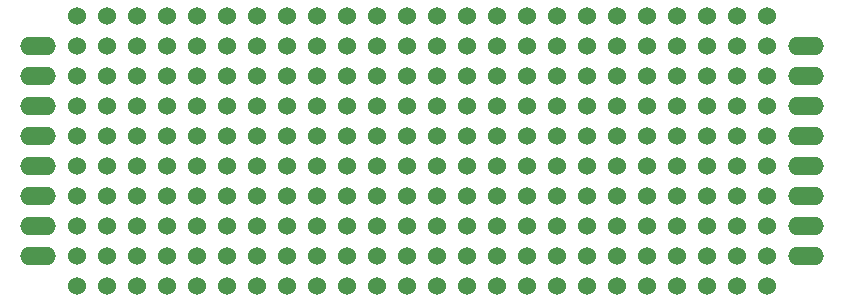
<source format=gbr>
%TF.GenerationSoftware,KiCad,Pcbnew,9.0.1*%
%TF.CreationDate,2025-05-06T23:47:46-04:00*%
%TF.ProjectId,classic-protoboard_10x24,636c6173-7369-4632-9d70-726f746f626f,rev?*%
%TF.SameCoordinates,Original*%
%TF.FileFunction,Copper,L2,Bot*%
%TF.FilePolarity,Positive*%
%FSLAX46Y46*%
G04 Gerber Fmt 4.6, Leading zero omitted, Abs format (unit mm)*
G04 Created by KiCad (PCBNEW 9.0.1) date 2025-05-06 23:47:46*
%MOMM*%
%LPD*%
G01*
G04 APERTURE LIST*
%TA.AperFunction,SMDPad,CuDef*%
%ADD10O,3.048000X1.524000*%
%TD*%
%TA.AperFunction,ViaPad*%
%ADD11C,1.524000*%
%TD*%
G04 APERTURE END LIST*
D10*
%TO.P,REF\u002A\u002A,1*%
%TO.N,N/C*%
X181050000Y-107290000D03*
%TD*%
%TO.P,REF\u002A\u002A,1*%
%TO.N,N/C*%
X116030000Y-104750000D03*
%TD*%
%TO.P,REF\u002A\u002A,1*%
%TO.N,N/C*%
X116030000Y-102210000D03*
%TD*%
%TO.P,REF\u002A\u002A,1*%
%TO.N,N/C*%
X181050000Y-99670000D03*
%TD*%
%TO.P,REF\u002A\u002A,1*%
%TO.N,N/C*%
X116030000Y-97130000D03*
%TD*%
%TO.P,REF\u002A\u002A,1*%
%TO.N,N/C*%
X116030000Y-99670000D03*
%TD*%
%TO.P,REF\u002A\u002A,1*%
%TO.N,N/C*%
X181050000Y-112370000D03*
%TD*%
%TO.P,REF\u002A\u002A,1*%
%TO.N,N/C*%
X116030000Y-94590000D03*
%TD*%
%TO.P,REF\u002A\u002A,1*%
%TO.N,N/C*%
X116030000Y-112370000D03*
%TD*%
%TO.P,REF\u002A\u002A,1*%
%TO.N,N/C*%
X181050000Y-94590000D03*
%TD*%
%TO.P,REF\u002A\u002A,1*%
%TO.N,N/C*%
X181050000Y-102210000D03*
%TD*%
%TO.P,REF\u002A\u002A,1*%
%TO.N,N/C*%
X181050000Y-109830000D03*
%TD*%
%TO.P,REF\u002A\u002A,1*%
%TO.N,N/C*%
X181050000Y-97130000D03*
%TD*%
%TO.P,REF\u002A\u002A,1*%
%TO.N,N/C*%
X116030000Y-109830000D03*
%TD*%
%TO.P,REF\u002A\u002A,1*%
%TO.N,N/C*%
X116030000Y-107290000D03*
%TD*%
%TO.P,REF\u002A\u002A,1*%
%TO.N,N/C*%
X181050000Y-104750000D03*
%TD*%
D11*
%TO.N,*%
X129490000Y-99670000D03*
X144730000Y-114910000D03*
X142190000Y-102210000D03*
X144730000Y-102210000D03*
X132030000Y-112370000D03*
X147270000Y-114910000D03*
X175210000Y-107290000D03*
X177750000Y-94590000D03*
X170130000Y-107290000D03*
X175210000Y-99670000D03*
X177750000Y-99670000D03*
X177750000Y-97130000D03*
X134570000Y-112370000D03*
X170130000Y-97130000D03*
X129490000Y-109830000D03*
X132030000Y-109830000D03*
X139650000Y-109830000D03*
X152350000Y-112370000D03*
X162510000Y-112370000D03*
X147270000Y-99670000D03*
X167590000Y-114910000D03*
X144730000Y-112370000D03*
X139650000Y-112370000D03*
X142190000Y-112370000D03*
X177750000Y-112370000D03*
X170130000Y-112370000D03*
X154890000Y-109830000D03*
X165050000Y-114910000D03*
X119330000Y-92050000D03*
X165050000Y-99670000D03*
X177750000Y-107290000D03*
X172670000Y-112370000D03*
X175210000Y-112370000D03*
X124410000Y-114910000D03*
X162510000Y-97130000D03*
X157430000Y-112370000D03*
X144730000Y-107290000D03*
X147270000Y-107290000D03*
X147270000Y-94590000D03*
X149810000Y-112370000D03*
X167590000Y-107290000D03*
X129490000Y-102210000D03*
X132030000Y-102210000D03*
X167590000Y-97130000D03*
X165050000Y-102210000D03*
X162510000Y-92050000D03*
X121870000Y-102210000D03*
X134570000Y-94590000D03*
X139650000Y-92050000D03*
X129490000Y-94590000D03*
X159970000Y-94590000D03*
X126950000Y-92050000D03*
X157430000Y-92050000D03*
X159970000Y-99670000D03*
X167590000Y-109830000D03*
X119330000Y-112370000D03*
X129490000Y-107290000D03*
X139650000Y-107290000D03*
X159970000Y-112370000D03*
X129490000Y-92050000D03*
X139650000Y-94590000D03*
X129490000Y-104750000D03*
X132030000Y-94590000D03*
X137110000Y-92050000D03*
X124410000Y-107290000D03*
X165050000Y-109830000D03*
X167590000Y-102210000D03*
X119330000Y-104750000D03*
X134570000Y-107290000D03*
X137110000Y-107290000D03*
X157430000Y-102210000D03*
X149810000Y-107290000D03*
X119330000Y-107290000D03*
X121870000Y-107290000D03*
X134570000Y-97130000D03*
X139650000Y-114910000D03*
X142190000Y-114910000D03*
X154890000Y-114910000D03*
X157430000Y-114910000D03*
X132030000Y-92050000D03*
X154890000Y-92050000D03*
X121870000Y-104750000D03*
X142190000Y-92050000D03*
X132030000Y-97130000D03*
X165050000Y-107290000D03*
X144730000Y-94590000D03*
X165050000Y-104750000D03*
X124410000Y-92050000D03*
X124410000Y-102210000D03*
X126950000Y-102210000D03*
X157430000Y-104750000D03*
X159970000Y-104750000D03*
X162510000Y-104750000D03*
X129490000Y-114910000D03*
X132030000Y-114910000D03*
X137110000Y-104750000D03*
X139650000Y-104750000D03*
X124410000Y-109830000D03*
X142190000Y-109830000D03*
X134570000Y-109830000D03*
X137110000Y-109830000D03*
X132030000Y-104750000D03*
X142190000Y-104750000D03*
X144730000Y-104750000D03*
X119330000Y-109830000D03*
X121870000Y-109830000D03*
X159970000Y-109830000D03*
X162510000Y-109830000D03*
X126950000Y-104750000D03*
X119330000Y-114910000D03*
X124410000Y-112370000D03*
X126950000Y-112370000D03*
X147270000Y-109830000D03*
X159970000Y-92050000D03*
X147270000Y-97130000D03*
X149810000Y-97130000D03*
X121870000Y-97130000D03*
X124410000Y-97130000D03*
X167590000Y-94590000D03*
X149810000Y-94590000D03*
X121870000Y-92050000D03*
X157430000Y-97130000D03*
X134570000Y-102210000D03*
X137110000Y-102210000D03*
X162510000Y-99670000D03*
X149810000Y-92050000D03*
X137110000Y-94590000D03*
X142190000Y-107290000D03*
X147270000Y-102210000D03*
X149810000Y-102210000D03*
X152350000Y-102210000D03*
X154890000Y-102210000D03*
X134570000Y-114910000D03*
X137110000Y-114910000D03*
X152350000Y-99670000D03*
X126950000Y-97130000D03*
X152350000Y-94590000D03*
X162510000Y-114910000D03*
X142190000Y-99670000D03*
X137110000Y-99670000D03*
X144730000Y-97130000D03*
X134570000Y-104750000D03*
X144730000Y-92050000D03*
X119330000Y-94590000D03*
X121870000Y-94590000D03*
X154890000Y-97130000D03*
X165050000Y-94590000D03*
X154890000Y-94590000D03*
X157430000Y-94590000D03*
X159970000Y-97130000D03*
X142190000Y-94590000D03*
X134570000Y-92050000D03*
X124410000Y-99670000D03*
X159970000Y-107290000D03*
X162510000Y-107290000D03*
X149810000Y-109830000D03*
X152350000Y-109830000D03*
X126950000Y-107290000D03*
X152350000Y-107290000D03*
X154890000Y-107290000D03*
X159970000Y-102210000D03*
X162510000Y-102210000D03*
X157430000Y-99670000D03*
X154890000Y-112370000D03*
X147270000Y-92050000D03*
X121870000Y-114910000D03*
X139650000Y-97130000D03*
X126950000Y-94590000D03*
X152350000Y-97130000D03*
X137110000Y-112370000D03*
X124410000Y-94590000D03*
X142190000Y-97130000D03*
X129490000Y-112370000D03*
X126950000Y-99670000D03*
X165050000Y-112370000D03*
X167590000Y-112370000D03*
X139650000Y-99670000D03*
X119330000Y-102210000D03*
X121870000Y-99670000D03*
X144730000Y-99670000D03*
X149810000Y-99670000D03*
X147270000Y-112370000D03*
X165050000Y-92050000D03*
X149810000Y-114910000D03*
X152350000Y-114910000D03*
X167590000Y-99670000D03*
X159970000Y-114910000D03*
X147270000Y-104750000D03*
X149810000Y-104750000D03*
X124410000Y-104750000D03*
X134570000Y-99670000D03*
X152350000Y-104750000D03*
X154890000Y-104750000D03*
X167590000Y-92050000D03*
X139650000Y-102210000D03*
X152350000Y-92050000D03*
X132030000Y-107290000D03*
X119330000Y-99670000D03*
X129490000Y-97130000D03*
X137110000Y-97130000D03*
X132030000Y-99670000D03*
X126950000Y-109830000D03*
X119330000Y-97130000D03*
X144730000Y-109830000D03*
X126950000Y-114910000D03*
X121870000Y-112370000D03*
X157430000Y-109830000D03*
X162510000Y-94590000D03*
X154890000Y-99670000D03*
X157430000Y-107290000D03*
X167590000Y-104750000D03*
X165050000Y-97130000D03*
X172670000Y-109830000D03*
X172670000Y-107290000D03*
X177750000Y-114910000D03*
X172670000Y-114910000D03*
X170130000Y-104750000D03*
X172670000Y-104750000D03*
X175210000Y-104750000D03*
X177750000Y-104750000D03*
X175210000Y-97130000D03*
X170130000Y-102210000D03*
X172670000Y-102210000D03*
X175210000Y-114910000D03*
X170130000Y-109830000D03*
X175210000Y-102210000D03*
X177750000Y-102210000D03*
X170130000Y-114910000D03*
X177750000Y-109830000D03*
X170130000Y-94590000D03*
X172670000Y-94590000D03*
X172670000Y-97130000D03*
X175210000Y-92050000D03*
X177750000Y-92050000D03*
X170130000Y-99670000D03*
X172670000Y-99670000D03*
X175210000Y-109830000D03*
X170130000Y-92050000D03*
X172670000Y-92050000D03*
X175210000Y-94590000D03*
%TD*%
M02*

</source>
